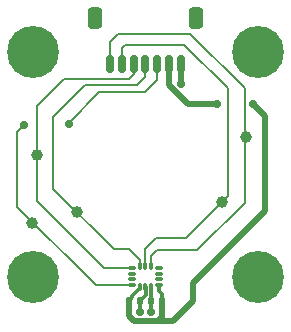
<source format=gbr>
%TF.GenerationSoftware,KiCad,Pcbnew,8.0.4*%
%TF.CreationDate,2024-10-25T17:05:04-04:00*%
%TF.ProjectId,ActiveImpactor_NoseAccelerometer,41637469-7665-4496-9d70-6163746f725f,rev?*%
%TF.SameCoordinates,Original*%
%TF.FileFunction,Copper,L1,Top*%
%TF.FilePolarity,Positive*%
%FSLAX46Y46*%
G04 Gerber Fmt 4.6, Leading zero omitted, Abs format (unit mm)*
G04 Created by KiCad (PCBNEW 8.0.4) date 2024-10-25 17:05:04*
%MOMM*%
%LPD*%
G01*
G04 APERTURE LIST*
G04 Aperture macros list*
%AMRoundRect*
0 Rectangle with rounded corners*
0 $1 Rounding radius*
0 $2 $3 $4 $5 $6 $7 $8 $9 X,Y pos of 4 corners*
0 Add a 4 corners polygon primitive as box body*
4,1,4,$2,$3,$4,$5,$6,$7,$8,$9,$2,$3,0*
0 Add four circle primitives for the rounded corners*
1,1,$1+$1,$2,$3*
1,1,$1+$1,$4,$5*
1,1,$1+$1,$6,$7*
1,1,$1+$1,$8,$9*
0 Add four rect primitives between the rounded corners*
20,1,$1+$1,$2,$3,$4,$5,0*
20,1,$1+$1,$4,$5,$6,$7,0*
20,1,$1+$1,$6,$7,$8,$9,0*
20,1,$1+$1,$8,$9,$2,$3,0*%
G04 Aperture macros list end*
%TA.AperFunction,ComponentPad*%
%ADD10C,4.400000*%
%TD*%
%TA.AperFunction,SMDPad,CuDef*%
%ADD11RoundRect,0.087500X-0.087500X-0.225000X0.087500X-0.225000X0.087500X0.225000X-0.087500X0.225000X0*%
%TD*%
%TA.AperFunction,SMDPad,CuDef*%
%ADD12RoundRect,0.087500X-0.225000X-0.087500X0.225000X-0.087500X0.225000X0.087500X-0.225000X0.087500X0*%
%TD*%
%TA.AperFunction,SMDPad,CuDef*%
%ADD13C,1.000000*%
%TD*%
%TA.AperFunction,SMDPad,CuDef*%
%ADD14RoundRect,0.150000X0.150000X0.625000X-0.150000X0.625000X-0.150000X-0.625000X0.150000X-0.625000X0*%
%TD*%
%TA.AperFunction,SMDPad,CuDef*%
%ADD15RoundRect,0.250000X0.350000X0.650000X-0.350000X0.650000X-0.350000X-0.650000X0.350000X-0.650000X0*%
%TD*%
%TA.AperFunction,SMDPad,CuDef*%
%ADD16RoundRect,0.140000X0.140000X0.170000X-0.140000X0.170000X-0.140000X-0.170000X0.140000X-0.170000X0*%
%TD*%
%TA.AperFunction,SMDPad,CuDef*%
%ADD17RoundRect,0.140000X-0.140000X-0.170000X0.140000X-0.170000X0.140000X0.170000X-0.140000X0.170000X0*%
%TD*%
%TA.AperFunction,ViaPad*%
%ADD18C,0.700000*%
%TD*%
%TA.AperFunction,Conductor*%
%ADD19C,0.200000*%
%TD*%
%TA.AperFunction,Conductor*%
%ADD20C,0.500000*%
%TD*%
%TA.AperFunction,Conductor*%
%ADD21C,0.300000*%
%TD*%
G04 APERTURE END LIST*
D10*
%TO.P,H104,1*%
%TO.N,N/C*%
X-9525000Y9525000D03*
%TD*%
%TO.P,H103,1*%
%TO.N,N/C*%
X-9525000Y-9525000D03*
%TD*%
%TO.P,H102,1*%
%TO.N,N/C*%
X9525000Y9525000D03*
%TD*%
%TO.P,H101,1*%
%TO.N,N/C*%
X9525000Y-9525000D03*
%TD*%
D11*
%TO.P,U101,14,SDA*%
%TO.N,/MOSI*%
X-500000Y-8612500D03*
%TO.P,U101,13,SCL*%
%TO.N,/CLK*%
X0Y-8612500D03*
%TO.P,U101,12,CS*%
%TO.N,/CS*%
X500000Y-8612500D03*
D12*
%TO.P,U101,11,NC*%
%TO.N,unconnected-(U101-NC-Pad11)*%
X1162500Y-8775000D03*
%TO.P,U101,10,NC*%
%TO.N,unconnected-(U101-NC-Pad10)*%
X1162500Y-9275000D03*
%TO.P,U101,9,INT2*%
%TO.N,unconnected-(U101-INT2-Pad9)*%
X1162500Y-9775000D03*
%TO.P,U101,8,VDD*%
%TO.N,+3.3V*%
X1162500Y-10275000D03*
D11*
%TO.P,U101,7,GND*%
%TO.N,GND*%
X500000Y-10437500D03*
%TO.P,U101,6,GND*%
X0Y-10437500D03*
%TO.P,U101,5,VDDIO*%
%TO.N,+3.3V*%
X-500000Y-10437500D03*
D12*
%TO.P,U101,4,INT1*%
%TO.N,/INT*%
X-1162500Y-10275000D03*
%TO.P,U101,3,SCX*%
%TO.N,unconnected-(U101-SCX-Pad3)*%
X-1162500Y-9775000D03*
%TO.P,U101,2,SDX*%
%TO.N,unconnected-(U101-SDX-Pad2)*%
X-1162500Y-9275000D03*
%TO.P,U101,1,SDO/SA0*%
%TO.N,/MISO*%
X-1162500Y-8775000D03*
%TD*%
D13*
%TO.P,INT1,1,1*%
%TO.N,/INT*%
X-9600000Y-5000000D03*
%TD*%
%TO.P,CLK,1,1*%
%TO.N,/CLK*%
X6500000Y-3200000D03*
%TD*%
%TO.P,MOSI,1,1*%
%TO.N,/MOSI*%
X-5800000Y-4100000D03*
%TD*%
%TO.P,CS,1,1*%
%TO.N,/CS*%
X8500000Y2300000D03*
%TD*%
%TO.P,MISO,1,1*%
%TO.N,/MISO*%
X-9200000Y800000D03*
%TD*%
D14*
%TO.P,J101,1,Pin_1*%
%TO.N,GND*%
X3000000Y8500000D03*
%TO.P,J101,2,Pin_2*%
%TO.N,+3.3V*%
X2000000Y8500000D03*
%TO.P,J101,3,Pin_3*%
%TO.N,/INT*%
X1000000Y8500000D03*
%TO.P,J101,4,Pin_4*%
%TO.N,/MOSI*%
X0Y8500000D03*
%TO.P,J101,5,Pin_5*%
%TO.N,/MISO*%
X-1000000Y8500000D03*
%TO.P,J101,6,Pin_6*%
%TO.N,/CLK*%
X-2000000Y8500000D03*
%TO.P,J101,7,Pin_7*%
%TO.N,/CS*%
X-3000000Y8500000D03*
D15*
%TO.P,J101,MP*%
%TO.N,N/C*%
X4300000Y12375000D03*
X-4300000Y12375000D03*
%TD*%
D16*
%TO.P,C102,2*%
%TO.N,GND*%
X475000Y-11600000D03*
%TO.P,C102,1*%
%TO.N,+3.3V*%
X1435000Y-11600000D03*
%TD*%
D17*
%TO.P,C101,1*%
%TO.N,+3.3V*%
X-1425000Y-11600000D03*
%TO.P,C101,2*%
%TO.N,GND*%
X-465000Y-11600000D03*
%TD*%
D18*
%TO.N,+3.3V*%
X9100000Y5100000D03*
X6100000Y5100000D03*
%TO.N,GND*%
X-500000Y-12500000D03*
X500000Y-12500000D03*
%TO.N,/INT*%
X-10300000Y3300000D03*
X-6500000Y3400000D03*
%TO.N,GND*%
X3000000Y6800000D03*
%TD*%
D19*
%TO.N,/MOSI*%
X-500000Y-8100000D02*
X-500000Y-8612500D01*
X-1400000Y-7200000D02*
X-500000Y-8100000D01*
X-7800000Y4000000D02*
X-7800000Y-2100000D01*
X-5142432Y6657568D02*
X-7800000Y4000000D01*
X-716321Y6657568D02*
X-5142432Y6657568D01*
X-7800000Y-2100000D02*
X-2700000Y-7200000D01*
X0Y7373889D02*
X-716321Y6657568D01*
X0Y8500000D02*
X0Y7373889D01*
X-2700000Y-7200000D02*
X-1400000Y-7200000D01*
%TO.N,/MISO*%
X-3525000Y-8775000D02*
X-1162500Y-8775000D01*
X-9200000Y4900000D02*
X-9200000Y-3100000D01*
X-6900000Y7200000D02*
X-9200000Y4900000D01*
X-9200000Y-3100000D02*
X-3525000Y-8775000D01*
X-1400000Y7200000D02*
X-6900000Y7200000D01*
X-1000000Y7600000D02*
X-1400000Y7200000D01*
X-1000000Y8500000D02*
X-1000000Y7600000D01*
%TO.N,/CS*%
X500000Y-7800000D02*
X500000Y-8612500D01*
X4400000Y-7300000D02*
X1000000Y-7300000D01*
X8400000Y6400000D02*
X8400000Y-3300000D01*
X3800000Y11000000D02*
X8400000Y6400000D01*
X1000000Y-7300000D02*
X500000Y-7800000D01*
X-2300000Y11000000D02*
X3800000Y11000000D01*
X-3000000Y10300000D02*
X-2300000Y11000000D01*
X8400000Y-3300000D02*
X4400000Y-7300000D01*
X-3000000Y8500000D02*
X-3000000Y10300000D01*
%TO.N,/CLK*%
X-2000000Y9800000D02*
X-2000000Y8500000D01*
X7000000Y6400000D02*
X3300000Y10100000D01*
X7000000Y-2700000D02*
X7000000Y6400000D01*
X3400000Y-6300000D02*
X7000000Y-2700000D01*
X-1700000Y10100000D02*
X-2000000Y9800000D01*
X3300000Y10100000D02*
X-1700000Y10100000D01*
X900000Y-6300000D02*
X3400000Y-6300000D01*
X0Y-7200000D02*
X900000Y-6300000D01*
X0Y-8612500D02*
X0Y-7200000D01*
D20*
%TO.N,+3.3V*%
X4000000Y-10100000D02*
X4000000Y-11600000D01*
X4000000Y-11600000D02*
X2300000Y-13300000D01*
X10100000Y-4000000D02*
X4000000Y-10100000D01*
X2300000Y-13300000D02*
X1100000Y-13300000D01*
X10100000Y4100000D02*
X10100000Y-4000000D01*
X9100000Y5100000D02*
X10100000Y4100000D01*
X3568629Y5100000D02*
X6100000Y5100000D01*
X2000000Y6668629D02*
X3568629Y5100000D01*
X2000000Y8500000D02*
X2000000Y6668629D01*
X-1000000Y-13300000D02*
X1100000Y-13300000D01*
X1435000Y-12965000D02*
X1435000Y-11600000D01*
X-1425000Y-12875000D02*
X-1000000Y-13300000D01*
X-1425000Y-11600000D02*
X-1425000Y-12875000D01*
X1100000Y-13300000D02*
X1435000Y-12965000D01*
D21*
%TO.N,GND*%
X-465000Y-12465000D02*
X-500000Y-12500000D01*
X-465000Y-11600000D02*
X-465000Y-12465000D01*
X475000Y-12475000D02*
X500000Y-12500000D01*
X475000Y-11600000D02*
X475000Y-12475000D01*
D19*
%TO.N,/INT*%
X-3900000Y6100000D02*
X-6500000Y3500000D01*
X1000000Y7100000D02*
X0Y6100000D01*
X0Y6100000D02*
X-3900000Y6100000D01*
X-6500000Y3500000D02*
X-6500000Y3400000D01*
X1000000Y8500000D02*
X1000000Y7100000D01*
X-10900000Y2700000D02*
X-10900000Y-3600000D01*
X-10900000Y-3600000D02*
X-4225000Y-10275000D01*
X-4225000Y-10275000D02*
X-1162500Y-10275000D01*
X-10300000Y3300000D02*
X-10900000Y2700000D01*
D21*
%TO.N,+3.3V*%
X-1100000Y-11300000D02*
X-1100000Y-11146144D01*
X-1400000Y-11600000D02*
X-1100000Y-11300000D01*
X-1425000Y-11600000D02*
X-1400000Y-11600000D01*
X-1100000Y-11146144D02*
X-525000Y-10571144D01*
X1162500Y-10762500D02*
X1162500Y-10300000D01*
X1435000Y-11035000D02*
X1162500Y-10762500D01*
X1435000Y-11600000D02*
X1435000Y-11035000D01*
%TO.N,GND*%
X25000Y-11110000D02*
X25000Y-10437500D01*
X-465000Y-11600000D02*
X25000Y-11110000D01*
X500000Y-11575000D02*
X475000Y-11600000D01*
X500000Y-10437500D02*
X500000Y-11575000D01*
D20*
X3000000Y8500000D02*
X3000000Y6800000D01*
%TD*%
M02*

</source>
